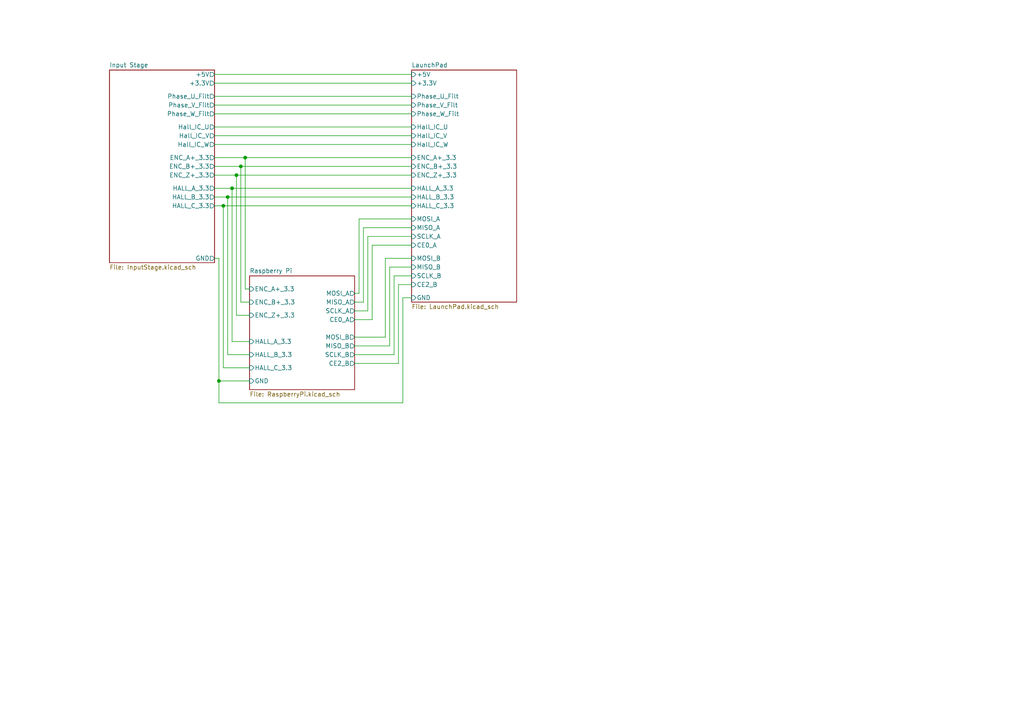
<source format=kicad_sch>
(kicad_sch
	(version 20250114)
	(generator "eeschema")
	(generator_version "9.0")
	(uuid "c30e2bde-420b-4a0a-b6cb-8a1c0bb5b453")
	(paper "A4")
	(title_block
		(title "Sensing and Interfacing PCB")
		(date "2025-06-02")
		(rev "v1")
		(company "Designer: Manveer Aujla")
		(comment 1 "Team 34")
	)
	(lib_symbols)
	(junction
		(at 64.77 59.69)
		(diameter 0)
		(color 0 0 0 0)
		(uuid "899f4387-3cdf-40cc-947b-9b026df3a295")
	)
	(junction
		(at 68.58 50.8)
		(diameter 0)
		(color 0 0 0 0)
		(uuid "a9df8d6e-f2d7-4e97-ac05-3b02d4765357")
	)
	(junction
		(at 69.85 48.26)
		(diameter 0)
		(color 0 0 0 0)
		(uuid "b180b721-34b0-4360-b9af-8cc9bd928c0f")
	)
	(junction
		(at 67.31 54.61)
		(diameter 0)
		(color 0 0 0 0)
		(uuid "de7f7bcc-5252-4f98-8dd2-f9febdb72a23")
	)
	(junction
		(at 63.5 110.49)
		(diameter 0)
		(color 0 0 0 0)
		(uuid "e47c4a44-c174-4ea6-8218-6e7d0d6399c5")
	)
	(junction
		(at 71.12 45.72)
		(diameter 0)
		(color 0 0 0 0)
		(uuid "f254d4cf-99c9-4e2d-86f9-9b758dab172c")
	)
	(junction
		(at 66.04 57.15)
		(diameter 0)
		(color 0 0 0 0)
		(uuid "ff7a1bde-37d6-40ab-af03-2d3ab598edb5")
	)
	(wire
		(pts
			(xy 62.23 36.83) (xy 119.38 36.83)
		)
		(stroke
			(width 0)
			(type default)
		)
		(uuid "006c7d3e-9f67-4c68-940a-c73203c94c85")
	)
	(wire
		(pts
			(xy 105.41 87.63) (xy 105.41 66.04)
		)
		(stroke
			(width 0)
			(type default)
		)
		(uuid "03c4ea06-3ccc-42e0-a988-b6c47e675239")
	)
	(wire
		(pts
			(xy 62.23 33.02) (xy 119.38 33.02)
		)
		(stroke
			(width 0)
			(type default)
		)
		(uuid "094cb9f3-9c9e-4b92-9689-3e271345e502")
	)
	(wire
		(pts
			(xy 72.39 102.87) (xy 66.04 102.87)
		)
		(stroke
			(width 0)
			(type default)
		)
		(uuid "12854878-63a0-4c02-a496-e4b0fef8989c")
	)
	(wire
		(pts
			(xy 104.14 63.5) (xy 104.14 85.09)
		)
		(stroke
			(width 0)
			(type default)
		)
		(uuid "15e576de-91b2-4fe5-8ee8-f1e5fe8e798f")
	)
	(wire
		(pts
			(xy 62.23 48.26) (xy 69.85 48.26)
		)
		(stroke
			(width 0)
			(type default)
		)
		(uuid "1835eb85-e31e-42ce-a7ad-5be95c495e9e")
	)
	(wire
		(pts
			(xy 107.95 92.71) (xy 107.95 71.12)
		)
		(stroke
			(width 0)
			(type default)
		)
		(uuid "195fd5c7-3878-4f47-86e1-03ff86725ed8")
	)
	(wire
		(pts
			(xy 62.23 57.15) (xy 66.04 57.15)
		)
		(stroke
			(width 0)
			(type default)
		)
		(uuid "1ead0d15-996d-4aec-826c-61014bd5da70")
	)
	(wire
		(pts
			(xy 119.38 86.36) (xy 116.84 86.36)
		)
		(stroke
			(width 0)
			(type default)
		)
		(uuid "1eb5c91a-b08d-4d47-9563-783562a69865")
	)
	(wire
		(pts
			(xy 62.23 21.59) (xy 119.38 21.59)
		)
		(stroke
			(width 0)
			(type default)
		)
		(uuid "232ced1b-af48-445b-ada9-f7cf7d64c5f1")
	)
	(wire
		(pts
			(xy 115.57 82.55) (xy 119.38 82.55)
		)
		(stroke
			(width 0)
			(type default)
		)
		(uuid "23700079-3148-4b0d-8353-f224fc3315ce")
	)
	(wire
		(pts
			(xy 64.77 59.69) (xy 119.38 59.69)
		)
		(stroke
			(width 0)
			(type default)
		)
		(uuid "2e54b27a-023e-4350-9372-b428b0c0d26a")
	)
	(wire
		(pts
			(xy 106.68 68.58) (xy 119.38 68.58)
		)
		(stroke
			(width 0)
			(type default)
		)
		(uuid "315c3fcf-5a86-4430-8e7e-d91c503ad8a9")
	)
	(wire
		(pts
			(xy 62.23 27.94) (xy 119.38 27.94)
		)
		(stroke
			(width 0)
			(type default)
		)
		(uuid "34c80ca5-ec59-477b-b792-0efbe34f795c")
	)
	(wire
		(pts
			(xy 72.39 83.82) (xy 71.12 83.82)
		)
		(stroke
			(width 0)
			(type default)
		)
		(uuid "34e5fa60-f1fb-4f03-b8b5-c73075595bf5")
	)
	(wire
		(pts
			(xy 62.23 24.13) (xy 119.38 24.13)
		)
		(stroke
			(width 0)
			(type default)
		)
		(uuid "368057b7-0b92-41e3-bb5a-4d27ee7fc956")
	)
	(wire
		(pts
			(xy 119.38 63.5) (xy 104.14 63.5)
		)
		(stroke
			(width 0)
			(type default)
		)
		(uuid "3aa0392a-7fea-4282-b31e-fc5edd2739f4")
	)
	(wire
		(pts
			(xy 102.87 100.33) (xy 113.03 100.33)
		)
		(stroke
			(width 0)
			(type default)
		)
		(uuid "3fd9266c-cfd1-4424-9370-229fe4ebfa28")
	)
	(wire
		(pts
			(xy 62.23 45.72) (xy 71.12 45.72)
		)
		(stroke
			(width 0)
			(type default)
		)
		(uuid "4f1b109b-6b7f-4dcf-a20b-33aa294b5971")
	)
	(wire
		(pts
			(xy 62.23 50.8) (xy 68.58 50.8)
		)
		(stroke
			(width 0)
			(type default)
		)
		(uuid "4f3cdaab-a422-44d5-94a7-573a5e4ab124")
	)
	(wire
		(pts
			(xy 116.84 116.84) (xy 63.5 116.84)
		)
		(stroke
			(width 0)
			(type default)
		)
		(uuid "5b12f8dd-2628-413b-abf1-48646a951899")
	)
	(wire
		(pts
			(xy 62.23 39.37) (xy 119.38 39.37)
		)
		(stroke
			(width 0)
			(type default)
		)
		(uuid "68aa8539-bb7a-438d-8213-8a216b3c8b74")
	)
	(wire
		(pts
			(xy 113.03 100.33) (xy 113.03 77.47)
		)
		(stroke
			(width 0)
			(type default)
		)
		(uuid "6be4422c-6ab4-48ba-9270-e0297d01d74c")
	)
	(wire
		(pts
			(xy 68.58 50.8) (xy 119.38 50.8)
		)
		(stroke
			(width 0)
			(type default)
		)
		(uuid "7429dddc-fcd4-464e-b686-7afe0fbe5379")
	)
	(wire
		(pts
			(xy 113.03 77.47) (xy 119.38 77.47)
		)
		(stroke
			(width 0)
			(type default)
		)
		(uuid "75d23e6d-3291-4918-87a1-070fc7c2dbf0")
	)
	(wire
		(pts
			(xy 67.31 99.06) (xy 67.31 54.61)
		)
		(stroke
			(width 0)
			(type default)
		)
		(uuid "78502c47-7ec2-49f9-8c97-62a36f1d8520")
	)
	(wire
		(pts
			(xy 62.23 74.93) (xy 63.5 74.93)
		)
		(stroke
			(width 0)
			(type default)
		)
		(uuid "7b76aa2a-c694-4bce-8c2e-791a20f0434a")
	)
	(wire
		(pts
			(xy 104.14 85.09) (xy 102.87 85.09)
		)
		(stroke
			(width 0)
			(type default)
		)
		(uuid "7c6ae55a-2239-4a76-a62d-036fdae558ff")
	)
	(wire
		(pts
			(xy 69.85 48.26) (xy 119.38 48.26)
		)
		(stroke
			(width 0)
			(type default)
		)
		(uuid "7d2e8eec-6e26-4760-8830-1dd0eed2f663")
	)
	(wire
		(pts
			(xy 71.12 83.82) (xy 71.12 45.72)
		)
		(stroke
			(width 0)
			(type default)
		)
		(uuid "7d76cc3d-fa50-448d-afdc-c95e24c074a5")
	)
	(wire
		(pts
			(xy 72.39 99.06) (xy 67.31 99.06)
		)
		(stroke
			(width 0)
			(type default)
		)
		(uuid "85b1743d-b225-4569-86dc-1a782dbde7c1")
	)
	(wire
		(pts
			(xy 66.04 102.87) (xy 66.04 57.15)
		)
		(stroke
			(width 0)
			(type default)
		)
		(uuid "87427a73-f168-4828-b792-5faddf3d0d3e")
	)
	(wire
		(pts
			(xy 69.85 87.63) (xy 69.85 48.26)
		)
		(stroke
			(width 0)
			(type default)
		)
		(uuid "8da42b4f-d5a7-41de-a8dc-1f51d380c875")
	)
	(wire
		(pts
			(xy 64.77 106.68) (xy 64.77 59.69)
		)
		(stroke
			(width 0)
			(type default)
		)
		(uuid "8ed9d702-d2d1-4903-b7ce-5eb2bcb54134")
	)
	(wire
		(pts
			(xy 72.39 110.49) (xy 63.5 110.49)
		)
		(stroke
			(width 0)
			(type default)
		)
		(uuid "923d1f2d-c2d4-4b14-8793-5b05c8f38695")
	)
	(wire
		(pts
			(xy 102.87 105.41) (xy 115.57 105.41)
		)
		(stroke
			(width 0)
			(type default)
		)
		(uuid "93f44a08-9932-4e52-aecc-860b654d084d")
	)
	(wire
		(pts
			(xy 62.23 41.91) (xy 119.38 41.91)
		)
		(stroke
			(width 0)
			(type default)
		)
		(uuid "975f9cc0-e694-4a4b-9994-35a11f6c4cbc")
	)
	(wire
		(pts
			(xy 63.5 110.49) (xy 63.5 74.93)
		)
		(stroke
			(width 0)
			(type default)
		)
		(uuid "9f4eb908-b473-422d-8917-6c1aa02d1900")
	)
	(wire
		(pts
			(xy 72.39 91.44) (xy 68.58 91.44)
		)
		(stroke
			(width 0)
			(type default)
		)
		(uuid "a604f971-6fb3-4c6c-883d-9128c4c87dd8")
	)
	(wire
		(pts
			(xy 102.87 87.63) (xy 105.41 87.63)
		)
		(stroke
			(width 0)
			(type default)
		)
		(uuid "ae324795-8509-4c62-b785-5d95cd6d799d")
	)
	(wire
		(pts
			(xy 102.87 90.17) (xy 106.68 90.17)
		)
		(stroke
			(width 0)
			(type default)
		)
		(uuid "ae3550f3-e959-4d5e-8d15-f85c04c59a77")
	)
	(wire
		(pts
			(xy 72.39 106.68) (xy 64.77 106.68)
		)
		(stroke
			(width 0)
			(type default)
		)
		(uuid "b2c006a8-f8d3-4a33-a424-dc2c9e3c2f7b")
	)
	(wire
		(pts
			(xy 111.76 97.79) (xy 111.76 74.93)
		)
		(stroke
			(width 0)
			(type default)
		)
		(uuid "b5bdd9ee-1331-4bd1-a99b-982a189d8919")
	)
	(wire
		(pts
			(xy 115.57 105.41) (xy 115.57 82.55)
		)
		(stroke
			(width 0)
			(type default)
		)
		(uuid "b68e1b82-8204-45a3-aefa-15f85d03dd78")
	)
	(wire
		(pts
			(xy 71.12 45.72) (xy 119.38 45.72)
		)
		(stroke
			(width 0)
			(type default)
		)
		(uuid "b69709ed-dd23-4960-a16f-5cc079405d58")
	)
	(wire
		(pts
			(xy 114.3 80.01) (xy 119.38 80.01)
		)
		(stroke
			(width 0)
			(type default)
		)
		(uuid "bd074396-ea8b-4f40-943e-936f389fc590")
	)
	(wire
		(pts
			(xy 116.84 86.36) (xy 116.84 116.84)
		)
		(stroke
			(width 0)
			(type default)
		)
		(uuid "bed90957-37a9-4af2-a648-2a92e4cd97ad")
	)
	(wire
		(pts
			(xy 111.76 74.93) (xy 119.38 74.93)
		)
		(stroke
			(width 0)
			(type default)
		)
		(uuid "c59a9c9e-63ea-4545-8881-d6793be89ab3")
	)
	(wire
		(pts
			(xy 67.31 54.61) (xy 119.38 54.61)
		)
		(stroke
			(width 0)
			(type default)
		)
		(uuid "c88bd2f5-1fa0-4340-9b71-36fb6317b026")
	)
	(wire
		(pts
			(xy 106.68 90.17) (xy 106.68 68.58)
		)
		(stroke
			(width 0)
			(type default)
		)
		(uuid "c9739a17-36d5-4d55-94a2-36b3f355254b")
	)
	(wire
		(pts
			(xy 105.41 66.04) (xy 119.38 66.04)
		)
		(stroke
			(width 0)
			(type default)
		)
		(uuid "cad05e98-d159-4780-b91b-3f283f708678")
	)
	(wire
		(pts
			(xy 72.39 87.63) (xy 69.85 87.63)
		)
		(stroke
			(width 0)
			(type default)
		)
		(uuid "cbcaa0cb-4e47-46b8-a132-d5cee2aa9594")
	)
	(wire
		(pts
			(xy 66.04 57.15) (xy 119.38 57.15)
		)
		(stroke
			(width 0)
			(type default)
		)
		(uuid "cd428e19-ea45-459c-a637-3bfb0fecc7f4")
	)
	(wire
		(pts
			(xy 102.87 102.87) (xy 114.3 102.87)
		)
		(stroke
			(width 0)
			(type default)
		)
		(uuid "cda19b35-c6ba-49bb-9772-8ba5f24c3f7b")
	)
	(wire
		(pts
			(xy 114.3 102.87) (xy 114.3 80.01)
		)
		(stroke
			(width 0)
			(type default)
		)
		(uuid "d12b9bee-7cd3-4b8e-9b07-38106463eef6")
	)
	(wire
		(pts
			(xy 62.23 59.69) (xy 64.77 59.69)
		)
		(stroke
			(width 0)
			(type default)
		)
		(uuid "d776dbc3-f759-43e4-b246-bd680cc33925")
	)
	(wire
		(pts
			(xy 102.87 97.79) (xy 111.76 97.79)
		)
		(stroke
			(width 0)
			(type default)
		)
		(uuid "dc722c38-ccf8-4d5d-96c8-463230001bc3")
	)
	(wire
		(pts
			(xy 63.5 110.49) (xy 63.5 116.84)
		)
		(stroke
			(width 0)
			(type default)
		)
		(uuid "e2405878-02f3-4190-a091-3b6203e49790")
	)
	(wire
		(pts
			(xy 107.95 71.12) (xy 119.38 71.12)
		)
		(stroke
			(width 0)
			(type default)
		)
		(uuid "e9f428d7-64e9-46c5-a325-1583817e6058")
	)
	(wire
		(pts
			(xy 62.23 30.48) (xy 119.38 30.48)
		)
		(stroke
			(width 0)
			(type default)
		)
		(uuid "eb549abb-ffaf-4c54-9ac5-23098a51eb43")
	)
	(wire
		(pts
			(xy 102.87 92.71) (xy 107.95 92.71)
		)
		(stroke
			(width 0)
			(type default)
		)
		(uuid "f1a516c9-7885-4dc3-91c6-2d0c772b356f")
	)
	(wire
		(pts
			(xy 68.58 91.44) (xy 68.58 50.8)
		)
		(stroke
			(width 0)
			(type default)
		)
		(uuid "f7a72a78-1ac4-4a84-b413-40a56f319400")
	)
	(wire
		(pts
			(xy 62.23 54.61) (xy 67.31 54.61)
		)
		(stroke
			(width 0)
			(type default)
		)
		(uuid "f7cc279e-13c4-4308-a774-5e31f3b2358e")
	)
	(sheet
		(at 119.38 20.32)
		(size 30.48 67.31)
		(exclude_from_sim no)
		(in_bom yes)
		(on_board yes)
		(dnp no)
		(fields_autoplaced yes)
		(stroke
			(width 0.1524)
			(type solid)
		)
		(fill
			(color 0 0 0 0.0000)
		)
		(uuid "557a1cdc-022d-4f03-adaf-4793ca90c0d4")
		(property "Sheetname" "LaunchPad"
			(at 119.38 19.6084 0)
			(effects
				(font
					(size 1.27 1.27)
				)
				(justify left bottom)
			)
		)
		(property "Sheetfile" "LaunchPad.kicad_sch"
			(at 119.38 88.2146 0)
			(effects
				(font
					(size 1.27 1.27)
				)
				(justify left top)
			)
		)
		(pin "+3.3V" input
			(at 119.38 24.13 180)
			(uuid "89dbd064-1a6f-48b5-8c7a-c99be65261e5")
			(effects
				(font
					(size 1.27 1.27)
				)
				(justify left)
			)
		)
		(pin "ENC_A+_3.3" input
			(at 119.38 45.72 180)
			(uuid "7ed95f98-addc-4703-9c2c-4c29be4e51f8")
			(effects
				(font
					(size 1.27 1.27)
				)
				(justify left)
			)
		)
		(pin "ENC_B+_3.3" input
			(at 119.38 48.26 180)
			(uuid "0e18fbc8-85c3-4e94-bfe1-bdd5dbd55ac1")
			(effects
				(font
					(size 1.27 1.27)
				)
				(justify left)
			)
		)
		(pin "ENC_Z+_3.3" input
			(at 119.38 50.8 180)
			(uuid "e49ff34b-671e-43e9-a5f9-eb27e8e9f7ab")
			(effects
				(font
					(size 1.27 1.27)
				)
				(justify left)
			)
		)
		(pin "HALL_A_3.3" input
			(at 119.38 54.61 180)
			(uuid "01970df8-462d-40d2-b043-af66ea041c46")
			(effects
				(font
					(size 1.27 1.27)
				)
				(justify left)
			)
		)
		(pin "HALL_B_3.3" input
			(at 119.38 57.15 180)
			(uuid "7b2c1a26-8284-4e61-995d-8785793dce04")
			(effects
				(font
					(size 1.27 1.27)
				)
				(justify left)
			)
		)
		(pin "HALL_C_3.3" input
			(at 119.38 59.69 180)
			(uuid "f0f6b3ee-8eaa-4ffa-b212-cfad77a82731")
			(effects
				(font
					(size 1.27 1.27)
				)
				(justify left)
			)
		)
		(pin "Hall_IC_U" input
			(at 119.38 36.83 180)
			(uuid "b81d865e-ef02-4c46-9de4-d15124bae5d3")
			(effects
				(font
					(size 1.27 1.27)
				)
				(justify left)
			)
		)
		(pin "Hall_IC_V" input
			(at 119.38 39.37 180)
			(uuid "f79b35b9-bdb0-408e-aa00-f79e042d7454")
			(effects
				(font
					(size 1.27 1.27)
				)
				(justify left)
			)
		)
		(pin "Hall_IC_W" input
			(at 119.38 41.91 180)
			(uuid "4febd1b4-d5fe-431c-97f3-326552c60d19")
			(effects
				(font
					(size 1.27 1.27)
				)
				(justify left)
			)
		)
		(pin "Phase_U_Filt" input
			(at 119.38 27.94 180)
			(uuid "39d6f07b-b8ec-4b24-b897-4a00797f9228")
			(effects
				(font
					(size 1.27 1.27)
				)
				(justify left)
			)
		)
		(pin "Phase_V_Filt" input
			(at 119.38 30.48 180)
			(uuid "cd2f414d-5ecf-457a-a2b8-6ea45ff3f35e")
			(effects
				(font
					(size 1.27 1.27)
				)
				(justify left)
			)
		)
		(pin "Phase_W_Filt" input
			(at 119.38 33.02 180)
			(uuid "9b41ab22-eaa9-4b0c-bdca-a44469dc2ab8")
			(effects
				(font
					(size 1.27 1.27)
				)
				(justify left)
			)
		)
		(pin "CE0_A" input
			(at 119.38 71.12 180)
			(uuid "a2a969a8-6771-425d-ad88-a0cbdaf14f61")
			(effects
				(font
					(size 1.27 1.27)
				)
				(justify left)
			)
		)
		(pin "CE2_B" input
			(at 119.38 82.55 180)
			(uuid "c51e016d-3437-4dfc-9f7d-140d841e896a")
			(effects
				(font
					(size 1.27 1.27)
				)
				(justify left)
			)
		)
		(pin "GND" input
			(at 119.38 86.36 180)
			(uuid "ad73d1c1-035b-4287-b5bb-8d8b4e55afa5")
			(effects
				(font
					(size 1.27 1.27)
				)
				(justify left)
			)
		)
		(pin "MISO_A" input
			(at 119.38 66.04 180)
			(uuid "e9f42f8d-0681-4801-9af0-52f9224ccd92")
			(effects
				(font
					(size 1.27 1.27)
				)
				(justify left)
			)
		)
		(pin "MISO_B" input
			(at 119.38 77.47 180)
			(uuid "0c622c38-e3cc-400a-be2f-c6b0dff6e50e")
			(effects
				(font
					(size 1.27 1.27)
				)
				(justify left)
			)
		)
		(pin "MOSI_A" input
			(at 119.38 63.5 180)
			(uuid "1287d2f2-4fa1-4d03-ae9a-659627965f70")
			(effects
				(font
					(size 1.27 1.27)
				)
				(justify left)
			)
		)
		(pin "MOSI_B" input
			(at 119.38 74.93 180)
			(uuid "700bcbc8-d673-48e4-b897-330aa90c36c6")
			(effects
				(font
					(size 1.27 1.27)
				)
				(justify left)
			)
		)
		(pin "SCLK_A" input
			(at 119.38 68.58 180)
			(uuid "28105208-cb87-4b9f-83f0-12b5edf5fb41")
			(effects
				(font
					(size 1.27 1.27)
				)
				(justify left)
			)
		)
		(pin "SCLK_B" input
			(at 119.38 80.01 180)
			(uuid "09ae141a-f76e-4441-bda9-f72dfdf2abe2")
			(effects
				(font
					(size 1.27 1.27)
				)
				(justify left)
			)
		)
		(pin "+5V" input
			(at 119.38 21.59 180)
			(uuid "7edb77fa-fb08-45a1-bacf-0c26b4c04517")
			(effects
				(font
					(size 1.27 1.27)
				)
				(justify left)
			)
		)
		(instances
			(project "Capstone_Interfacing_PCB"
				(path "/c30e2bde-420b-4a0a-b6cb-8a1c0bb5b453"
					(page "2")
				)
			)
		)
	)
	(sheet
		(at 72.39 80.01)
		(size 30.48 33.02)
		(exclude_from_sim no)
		(in_bom yes)
		(on_board yes)
		(dnp no)
		(fields_autoplaced yes)
		(stroke
			(width 0.1524)
			(type solid)
		)
		(fill
			(color 0 0 0 0.0000)
		)
		(uuid "5c6230da-0b69-4e03-b5b4-c492512fcf64")
		(property "Sheetname" "Raspberry Pi"
			(at 72.39 79.2984 0)
			(effects
				(font
					(size 1.27 1.27)
				)
				(justify left bottom)
			)
		)
		(property "Sheetfile" "RaspberryPi.kicad_sch"
			(at 72.39 113.6146 0)
			(effects
				(font
					(size 1.27 1.27)
				)
				(justify left top)
			)
		)
		(pin "ENC_A+_3.3" input
			(at 72.39 83.82 180)
			(uuid "59a20e22-dd0b-4404-8c4f-a2520c54fbc2")
			(effects
				(font
					(size 1.27 1.27)
				)
				(justify left)
			)
		)
		(pin "ENC_B+_3.3" input
			(at 72.39 87.63 180)
			(uuid "87339093-6558-4dc1-877a-4a48b5231c0b")
			(effects
				(font
					(size 1.27 1.27)
				)
				(justify left)
			)
		)
		(pin "ENC_Z+_3.3" input
			(at 72.39 91.44 180)
			(uuid "c4e4ca8c-945f-4509-84ee-232a507d3367")
			(effects
				(font
					(size 1.27 1.27)
				)
				(justify left)
			)
		)
		(pin "HALL_A_3.3" input
			(at 72.39 99.06 180)
			(uuid "0ce6a859-3e4f-40d7-878f-38039fd2ae24")
			(effects
				(font
					(size 1.27 1.27)
				)
				(justify left)
			)
		)
		(pin "HALL_B_3.3" input
			(at 72.39 102.87 180)
			(uuid "78a0716f-3dd3-47d9-b4a7-caf69ceb9e19")
			(effects
				(font
					(size 1.27 1.27)
				)
				(justify left)
			)
		)
		(pin "HALL_C_3.3" input
			(at 72.39 106.68 180)
			(uuid "8d6514da-a4a2-473d-878b-aa2db12e4711")
			(effects
				(font
					(size 1.27 1.27)
				)
				(justify left)
			)
		)
		(pin "GND" input
			(at 72.39 110.49 180)
			(uuid "7e21f2f7-8467-467d-9e99-53e61c0d5af2")
			(effects
				(font
					(size 1.27 1.27)
				)
				(justify left)
			)
		)
		(pin "CE0_A" output
			(at 102.87 92.71 0)
			(uuid "b2ec3f78-f68c-47b2-9fc1-5e1b1d71f559")
			(effects
				(font
					(size 1.27 1.27)
				)
				(justify right)
			)
		)
		(pin "CE2_B" output
			(at 102.87 105.41 0)
			(uuid "2c7c6556-3c5f-4b30-a0f5-df2fa6c31b80")
			(effects
				(font
					(size 1.27 1.27)
				)
				(justify right)
			)
		)
		(pin "MISO_A" output
			(at 102.87 87.63 0)
			(uuid "4e7fdbf9-9bf5-4ca4-ada8-9e91f6f9f0db")
			(effects
				(font
					(size 1.27 1.27)
				)
				(justify right)
			)
		)
		(pin "MISO_B" output
			(at 102.87 100.33 0)
			(uuid "74b0232b-bd43-4f21-9393-788171b313b6")
			(effects
				(font
					(size 1.27 1.27)
				)
				(justify right)
			)
		)
		(pin "MOSI_A" output
			(at 102.87 85.09 0)
			(uuid "ed69cf46-8697-49d9-bb10-3e79035eafcf")
			(effects
				(font
					(size 1.27 1.27)
				)
				(justify right)
			)
		)
		(pin "MOSI_B" output
			(at 102.87 97.79 0)
			(uuid "e341451d-72b4-4c77-a296-fd8adbc16cdb")
			(effects
				(font
					(size 1.27 1.27)
				)
				(justify right)
			)
		)
		(pin "SCLK_A" output
			(at 102.87 90.17 0)
			(uuid "ec1e668c-e18e-4949-8dff-1ff23e2d5a4c")
			(effects
				(font
					(size 1.27 1.27)
				)
				(justify right)
			)
		)
		(pin "SCLK_B" output
			(at 102.87 102.87 0)
			(uuid "84f4bd37-13b4-4df3-b4ad-49a5116b8f54")
			(effects
				(font
					(size 1.27 1.27)
				)
				(justify right)
			)
		)
		(instances
			(project "Capstone_Interfacing_PCB"
				(path "/c30e2bde-420b-4a0a-b6cb-8a1c0bb5b453"
					(page "4")
				)
			)
		)
	)
	(sheet
		(at 31.75 20.32)
		(size 30.48 55.88)
		(exclude_from_sim no)
		(in_bom yes)
		(on_board yes)
		(dnp no)
		(fields_autoplaced yes)
		(stroke
			(width 0.1524)
			(type solid)
		)
		(fill
			(color 0 0 0 0.0000)
		)
		(uuid "733d2164-1781-4786-b795-fe36a9a3795a")
		(property "Sheetname" "Input Stage"
			(at 31.75 19.6084 0)
			(effects
				(font
					(size 1.27 1.27)
				)
				(justify left bottom)
			)
		)
		(property "Sheetfile" "InputStage.kicad_sch"
			(at 31.75 76.7846 0)
			(effects
				(font
					(size 1.27 1.27)
				)
				(justify left top)
			)
		)
		(pin "GND" output
			(at 62.23 74.93 0)
			(uuid "cd1bb6cf-13d3-44e3-bff0-14a7dbd73b0f")
			(effects
				(font
					(size 1.27 1.27)
				)
				(justify right)
			)
		)
		(pin "Hall_IC_U" output
			(at 62.23 36.83 0)
			(uuid "3d825765-019e-4b6e-ad7e-cfd649ea2c95")
			(effects
				(font
					(size 1.27 1.27)
				)
				(justify right)
			)
		)
		(pin "Hall_IC_V" output
			(at 62.23 39.37 0)
			(uuid "72f3b9b9-b509-4bd9-a810-c1e80379c126")
			(effects
				(font
					(size 1.27 1.27)
				)
				(justify right)
			)
		)
		(pin "Hall_IC_W" output
			(at 62.23 41.91 0)
			(uuid "7b34f749-a7e5-46d4-9113-bdfd699dac2f")
			(effects
				(font
					(size 1.27 1.27)
				)
				(justify right)
			)
		)
		(pin "Phase_U_Filt" output
			(at 62.23 27.94 0)
			(uuid "2af9c41b-087f-412d-8184-da192fd0ab39")
			(effects
				(font
					(size 1.27 1.27)
				)
				(justify right)
			)
		)
		(pin "Phase_V_Filt" output
			(at 62.23 30.48 0)
			(uuid "d6849fdd-9372-4449-be39-2857d0d1687f")
			(effects
				(font
					(size 1.27 1.27)
				)
				(justify right)
			)
		)
		(pin "Phase_W_Filt" output
			(at 62.23 33.02 0)
			(uuid "c50cbf95-fa2b-44c9-932e-3a30cd5edd8b")
			(effects
				(font
					(size 1.27 1.27)
				)
				(justify right)
			)
		)
		(pin "+3.3V" output
			(at 62.23 24.13 0)
			(uuid "46636c86-54c2-4013-a3ce-fe21bad61e8b")
			(effects
				(font
					(size 1.27 1.27)
				)
				(justify right)
			)
		)
		(pin "ENC_A+_3.3" output
			(at 62.23 45.72 0)
			(uuid "ca8deaea-2a2b-4d3e-89a7-4b986f11d277")
			(effects
				(font
					(size 1.27 1.27)
				)
				(justify right)
			)
		)
		(pin "ENC_B+_3.3" output
			(at 62.23 48.26 0)
			(uuid "71adb266-7dee-4a01-9687-aabeec061531")
			(effects
				(font
					(size 1.27 1.27)
				)
				(justify right)
			)
		)
		(pin "ENC_Z+_3.3" output
			(at 62.23 50.8 0)
			(uuid "d9b5d956-ca2a-4696-ad38-fe36a72d0573")
			(effects
				(font
					(size 1.27 1.27)
				)
				(justify right)
			)
		)
		(pin "HALL_A_3.3" output
			(at 62.23 54.61 0)
			(uuid "7deab646-297c-45d9-81a0-a211ca2269bf")
			(effects
				(font
					(size 1.27 1.27)
				)
				(justify right)
			)
		)
		(pin "HALL_B_3.3" output
			(at 62.23 57.15 0)
			(uuid "bb85dda9-d5ce-45a1-bef9-86a34aef7811")
			(effects
				(font
					(size 1.27 1.27)
				)
				(justify right)
			)
		)
		(pin "HALL_C_3.3" output
			(at 62.23 59.69 0)
			(uuid "dbad08b3-f543-4d90-9197-844fb38b2d57")
			(effects
				(font
					(size 1.27 1.27)
				)
				(justify right)
			)
		)
		(pin "+5V" output
			(at 62.23 21.59 0)
			(uuid "55c3be51-2939-4a83-9e2c-640962cc777a")
			(effects
				(font
					(size 1.27 1.27)
				)
				(justify right)
			)
		)
		(instances
			(project "Capstone_Interfacing_PCB"
				(path "/c30e2bde-420b-4a0a-b6cb-8a1c0bb5b453"
					(page "3")
				)
			)
		)
	)
	(sheet_instances
		(path "/"
			(page "1")
		)
	)
	(embedded_fonts no)
)

</source>
